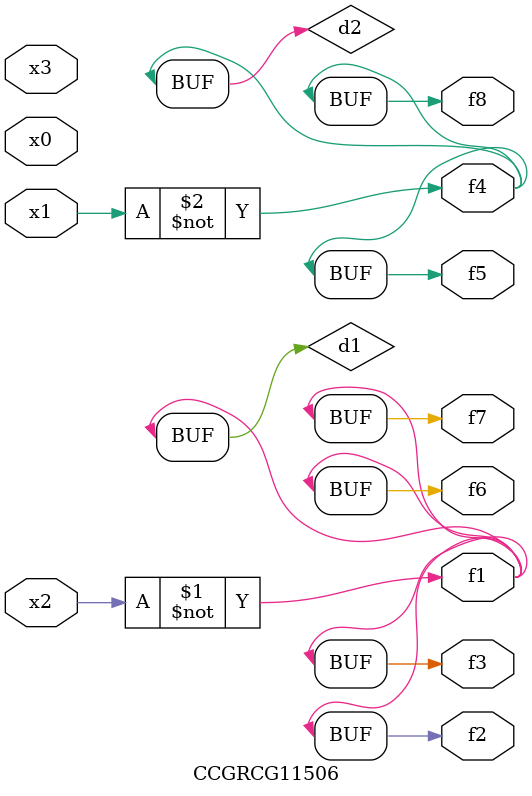
<source format=v>
module CCGRCG11506(
	input x0, x1, x2, x3,
	output f1, f2, f3, f4, f5, f6, f7, f8
);

	wire d1, d2;

	xnor (d1, x2);
	not (d2, x1);
	assign f1 = d1;
	assign f2 = d1;
	assign f3 = d1;
	assign f4 = d2;
	assign f5 = d2;
	assign f6 = d1;
	assign f7 = d1;
	assign f8 = d2;
endmodule

</source>
